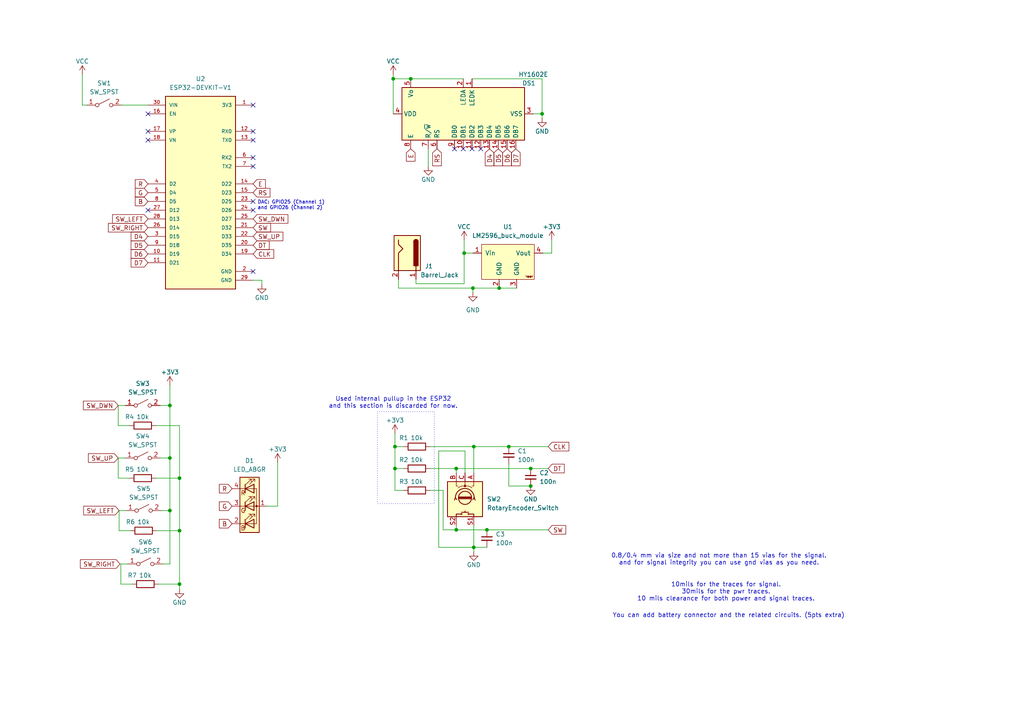
<source format=kicad_sch>
(kicad_sch (version 20231120) (generator "eeschema") (generator_version "8.0")
  (paper "A4")
  (lib_symbols
    (symbol "Connector:Barrel_Jack" (pin_names (offset 1.016))
      (property "Reference" "J" (at 0 5.334 0))
      (property "Value" "Barrel_Jack" (at 0 -5.08 0))
      (symbol "Barrel_Jack_0_1"
        (rectangle (start -5.08 3.81) (end 5.08 -3.81) (stroke (width 0.254)) (fill (type background)))
        (arc (start -3.302 3.175) (mid -3.9343 2.54) (end -3.302 1.905) (stroke (width 0.254)))
        (arc (start -3.302 3.175) (mid -3.9343 2.54) (end -3.302 1.905) (stroke (width 0.254)) (fill (type outline)))
        (polyline (pts (xy 5.08 2.54) (xy 3.81 2.54)) (stroke (width 0.254)))
        (polyline (pts (xy -3.81 -2.54) (xy -2.54 -2.54) (xy -1.27 -1.27) (xy 0 -2.54) (xy 2.54 -2.54) (xy 5.08 -2.54)) (stroke (width 0.254)))
        (rectangle (start 3.683 3.175) (end -3.302 1.905) (stroke (width 0.254)) (fill (type outline)))
      )
      (symbol "Barrel_Jack_1_1"
        (pin passive line (at 7.62 2.54 180) (length 2.54) (name "~") (number "1"))
        (pin passive line (at 7.62 -2.54 180) (length 2.54) (name "~") (number "2"))
      )
    )
    (symbol "Device:C_Small" (pin_numbers hide) (pin_names (offset 0.254) hide)
      (property "Reference" "C" (at 0.254 1.778 0))
      (property "Value" "C_Small" (at 0.254 -2.032 0))
      (symbol "C_Small_0_1"
        (polyline (pts (xy -1.524 -0.508) (xy 1.524 -0.508)) (stroke (width 0.3302)))
        (polyline (pts (xy -1.524 0.508) (xy 1.524 0.508)) (stroke (width 0.3048)))
      )
      (symbol "C_Small_1_1"
        (pin passive line (at 0 2.54 270) (length 2.032) (name "~") (number "1"))
        (pin passive line (at 0 -2.54 90) (length 2.032) (name "~") (number "2"))
      )
    )
    (symbol "Device:LED_ABGR" (pin_names (offset 0) hide)
      (property "Reference" "D" (at 0 9.398 0))
      (property "Value" "LED_ABGR" (at 0 -8.89 0))
      (symbol "LED_ABGR_0_0"
        (text "B" (at -1.905 -6.35 0) (effects (font (size 1.27 1.27))))
        (text "G" (at -1.905 -1.27 0) (effects (font (size 1.27 1.27))))
        (text "R" (at -1.905 3.81 0) (effects (font (size 1.27 1.27))))
      )
      (symbol "LED_ABGR_0_1"
        (polyline (pts (xy -1.27 -5.08) (xy -2.54 -5.08)))
        (polyline (pts (xy -1.27 -5.08) (xy 1.27 -5.08)))
        (polyline (pts (xy -1.27 -3.81) (xy -1.27 -6.35)) (stroke (width 0.254)))
        (polyline (pts (xy -1.27 0) (xy -2.54 0)))
        (polyline (pts (xy -1.27 1.27) (xy -1.27 -1.27)) (stroke (width 0.254)))
        (polyline (pts (xy -1.27 5.08) (xy -2.54 5.08)))
        (polyline (pts (xy -1.27 5.08) (xy 1.27 5.08)))
        (polyline (pts (xy -1.27 6.35) (xy -1.27 3.81)) (stroke (width 0.254)))
        (polyline (pts (xy 1.27 0) (xy -1.27 0)))
        (polyline (pts (xy 1.27 0) (xy 2.54 0)))
        (polyline (pts (xy -1.27 1.27) (xy -1.27 -1.27) (xy -1.27 -1.27)))
        (polyline (pts (xy -1.27 6.35) (xy -1.27 3.81) (xy -1.27 3.81)))
        (polyline (pts (xy 1.27 -5.08) (xy 2.032 -5.08) (xy 2.032 5.08) (xy 1.27 5.08)))
        (polyline (pts (xy 1.27 -3.81) (xy 1.27 -6.35) (xy -1.27 -5.08) (xy 1.27 -3.81)) (stroke (width 0.254)))
        (polyline (pts (xy 1.27 1.27) (xy 1.27 -1.27) (xy -1.27 0) (xy 1.27 1.27)) (stroke (width 0.254)))
        (polyline (pts (xy 1.27 6.35) (xy 1.27 3.81) (xy -1.27 5.08) (xy 1.27 6.35)) (stroke (width 0.254)))
        (polyline (pts (xy -1.016 -3.81) (xy 0.508 -2.286) (xy -0.254 -2.286) (xy 0.508 -2.286) (xy 0.508 -3.048)))
        (polyline (pts (xy -1.016 1.27) (xy 0.508 2.794) (xy -0.254 2.794) (xy 0.508 2.794) (xy 0.508 2.032)))
        (polyline (pts (xy -1.016 6.35) (xy 0.508 7.874) (xy -0.254 7.874) (xy 0.508 7.874) (xy 0.508 7.112)))
        (polyline (pts (xy 0 -3.81) (xy 1.524 -2.286) (xy 0.762 -2.286) (xy 1.524 -2.286) (xy 1.524 -3.048)))
        (polyline (pts (xy 0 1.27) (xy 1.524 2.794) (xy 0.762 2.794) (xy 1.524 2.794) (xy 1.524 2.032)))
        (polyline (pts (xy 0 6.35) (xy 1.524 7.874) (xy 0.762 7.874) (xy 1.524 7.874) (xy 1.524 7.112)))
        (rectangle (start 1.27 -1.27) (end 1.27 1.27))
        (rectangle (start 1.27 1.27) (end 1.27 1.27))
        (rectangle (start 1.27 3.81) (end 1.27 6.35))
        (rectangle (start 1.27 6.35) (end 1.27 6.35))
        (circle (center 2.032 0) (radius 0.254) (fill (type outline)))
        (rectangle (start 2.794 8.382) (end -2.794 -7.62) (stroke (width 0.254)) (fill (type background)))
      )
      (symbol "LED_ABGR_1_1"
        (pin passive line (at 5.08 0 180) (length 2.54) (name "A") (number "1"))
        (pin passive line (at -5.08 -5.08 0) (length 2.54) (name "BK") (number "2"))
        (pin passive line (at -5.08 0 0) (length 2.54) (name "GK") (number "3"))
        (pin passive line (at -5.08 5.08 0) (length 2.54) (name "RK") (number "4"))
      )
    )
    (symbol "Device:R" (pin_numbers hide) (pin_names (offset 0))
      (property "Reference" "R" (at 2.032 0 90))
      (property "Value" "R" (at 0 0 90))
      (symbol "R_0_1"
        (rectangle (start -1.016 -2.54) (end 1.016 2.54) (stroke (width 0.254)))
      )
      (symbol "R_1_1"
        (pin passive line (at 0 3.81 270) (length 1.27) (name "~") (number "1"))
        (pin passive line (at 0 -3.81 90) (length 1.27) (name "~") (number "2"))
      )
    )
    (symbol "Device:RotaryEncoder_Switch" (pin_names (offset 0.254) hide)
      (property "Reference" "SW" (at 0 6.604 0))
      (property "Value" "RotaryEncoder_Switch" (at 0 -6.604 0))
      (symbol "RotaryEncoder_Switch_0_1"
        (rectangle (start -5.08 5.08) (end 5.08 -5.08) (stroke (width 0.254)) (fill (type background)))
        (circle (center -3.81 0) (radius 0.254) (fill (type outline)))
        (circle (center -0.381 0) (radius 1.905) (stroke (width 0.254)))
        (arc (start -0.381 2.667) (mid -3.0988 -0.0635) (end -0.381 -2.794) (stroke (width 0.254)))
        (polyline (pts (xy -0.635 -1.778) (xy -0.635 1.778)) (stroke (width 0.254)))
        (polyline (pts (xy -0.381 -1.778) (xy -0.381 1.778)) (stroke (width 0.254)))
        (polyline (pts (xy -0.127 1.778) (xy -0.127 -1.778)) (stroke (width 0.254)))
        (polyline (pts (xy 3.81 0) (xy 3.429 0)) (stroke (width 0.254)))
        (polyline (pts (xy 3.81 1.016) (xy 3.81 -1.016)) (stroke (width 0.254)))
        (polyline (pts (xy -5.08 -2.54) (xy -3.81 -2.54) (xy -3.81 -2.032)))
        (polyline (pts (xy -5.08 2.54) (xy -3.81 2.54) (xy -3.81 2.032)))
        (polyline (pts (xy 0.254 -3.048) (xy -0.508 -2.794) (xy 0.127 -2.413)) (stroke (width 0.254)))
        (polyline (pts (xy 0.254 2.921) (xy -0.508 2.667) (xy 0.127 2.286)) (stroke (width 0.254)))
        (polyline (pts (xy 5.08 -2.54) (xy 4.318 -2.54) (xy 4.318 -1.016)) (stroke (width 0.254)))
        (polyline (pts (xy 5.08 2.54) (xy 4.318 2.54) (xy 4.318 1.016)) (stroke (width 0.254)))
        (polyline (pts (xy -5.08 0) (xy -3.81 0) (xy -3.81 -1.016) (xy -3.302 -2.032)))
        (polyline (pts (xy -4.318 0) (xy -3.81 0) (xy -3.81 1.016) (xy -3.302 2.032)))
        (circle (center 4.318 -1.016) (radius 0.127) (stroke (width 0.254)))
        (circle (center 4.318 1.016) (radius 0.127) (stroke (width 0.254)))
      )
      (symbol "RotaryEncoder_Switch_1_1"
        (pin passive line (at -7.62 2.54 0) (length 2.54) (name "A") (number "A"))
        (pin passive line (at -7.62 -2.54 0) (length 2.54) (name "B") (number "B"))
        (pin passive line (at -7.62 0 0) (length 2.54) (name "C") (number "C"))
        (pin passive line (at 7.62 2.54 180) (length 2.54) (name "S1") (number "S1"))
        (pin passive line (at 7.62 -2.54 180) (length 2.54) (name "S2") (number "S2"))
      )
    )
    (symbol "Display_Character:HY1602E"
      (property "Reference" "DS" (at -6.096 19.05 0))
      (property "Value" "HY1602E" (at 5.08 19.05 0))
      (symbol "HY1602E_0_1"
        (rectangle (start -7.62 17.78) (end 7.62 -17.78) (stroke (width 0.254)) (fill (type background)))
      )
      (symbol "HY1602E_1_1"
        (pin passive line (at 10.16 -2.54 180) (length 2.54) (name "LEDK") (number "1"))
        (pin bidirectional line (at -10.16 0 0) (length 2.54) (name "DB1") (number "10"))
        (pin bidirectional line (at -10.16 -2.54 0) (length 2.54) (name "DB2") (number "11"))
        (pin bidirectional line (at -10.16 -5.08 0) (length 2.54) (name "DB3") (number "12"))
        (pin bidirectional line (at -10.16 -7.62 0) (length 2.54) (name "DB4") (number "13"))
        (pin bidirectional line (at -10.16 -10.16 0) (length 2.54) (name "DB5") (number "14"))
        (pin bidirectional line (at -10.16 -12.7 0) (length 2.54) (name "DB6") (number "15"))
        (pin bidirectional line (at -10.16 -15.24 0) (length 2.54) (name "DB7") (number "16"))
        (pin passive line (at 10.16 0 180) (length 2.54) (name "LEDA") (number "2"))
        (pin power_in line (at 0 -20.32 90) (length 2.54) (name "VSS") (number "3"))
        (pin power_in line (at 0 20.32 270) (length 2.54) (name "VDD") (number "4"))
        (pin input line (at 10.16 15.24 180) (length 2.54) (name "Vo") (number "5"))
        (pin input line (at -10.16 7.62 0) (length 2.54) (name "RS") (number "6"))
        (pin input line (at -10.16 10.16 0) (length 2.54) (name "R/~{W}") (number "7"))
        (pin input line (at -10.16 15.24 0) (length 2.54) (name "E") (number "8"))
        (pin bidirectional line (at -10.16 2.54 0) (length 2.54) (name "DB0") (number "9"))
      )
    )
    (symbol "ESP32-DEVKIT-V1:ESP32-DEVKIT-V1" (pin_names (offset 1.016))
      (property "Reference" "U" (at -10.16 30.48 0))
      (property "Value" "ESP32-DEVKIT-V1" (at -10.16 -30.48 0))
      (symbol "ESP32-DEVKIT-V1_0_0"
        (rectangle (start -10.16 -27.94) (end 10.16 27.94) (stroke (width 0.254)) (fill (type background)))
        (pin output line (at 15.24 25.4 180) (length 5.08) (name "3V3") (number "1"))
        (pin bidirectional line (at -15.24 -17.78 0) (length 5.08) (name "D19") (number "10"))
        (pin bidirectional line (at -15.24 -20.32 0) (length 5.08) (name "D21") (number "11"))
        (pin input line (at 15.24 17.78 180) (length 5.08) (name "RX0") (number "12"))
        (pin output line (at 15.24 15.24 180) (length 5.08) (name "TX0") (number "13"))
        (pin bidirectional line (at 15.24 2.54 180) (length 5.08) (name "D22") (number "14"))
        (pin bidirectional line (at 15.24 0 180) (length 5.08) (name "D23") (number "15"))
        (pin input line (at -15.24 22.86 0) (length 5.08) (name "EN") (number "16"))
        (pin bidirectional line (at -15.24 17.78 0) (length 5.08) (name "VP") (number "17"))
        (pin bidirectional line (at -15.24 15.24 0) (length 5.08) (name "VN") (number "18"))
        (pin bidirectional line (at 15.24 -17.78 180) (length 5.08) (name "D34") (number "19"))
        (pin power_in line (at 15.24 -22.86 180) (length 5.08) (name "GND") (number "2"))
        (pin bidirectional line (at 15.24 -15.24 180) (length 5.08) (name "D35") (number "20"))
        (pin bidirectional line (at 15.24 -10.16 180) (length 5.08) (name "D32") (number "21"))
        (pin bidirectional line (at 15.24 -12.7 180) (length 5.08) (name "D33") (number "22"))
        (pin bidirectional line (at 15.24 -2.54 180) (length 5.08) (name "D25") (number "23"))
        (pin bidirectional line (at 15.24 -5.08 180) (length 5.08) (name "D26") (number "24"))
        (pin bidirectional line (at 15.24 -7.62 180) (length 5.08) (name "D27") (number "25"))
        (pin bidirectional line (at -15.24 -10.16 0) (length 5.08) (name "D14") (number "26"))
        (pin bidirectional line (at -15.24 -5.08 0) (length 5.08) (name "D12") (number "27"))
        (pin bidirectional line (at -15.24 -7.62 0) (length 5.08) (name "D13") (number "28"))
        (pin power_in line (at 15.24 -25.4 180) (length 5.08) (name "GND") (number "29"))
        (pin bidirectional line (at -15.24 -12.7 0) (length 5.08) (name "D15") (number "3"))
        (pin input line (at -15.24 25.4 0) (length 5.08) (name "VIN") (number "30"))
        (pin bidirectional line (at -15.24 2.54 0) (length 5.08) (name "D2") (number "4"))
        (pin bidirectional line (at -15.24 0 0) (length 5.08) (name "D4") (number "5"))
        (pin input line (at 15.24 10.16 180) (length 5.08) (name "RX2") (number "6"))
        (pin output line (at 15.24 7.62 180) (length 5.08) (name "TX2") (number "7"))
        (pin bidirectional line (at -15.24 -2.54 0) (length 5.08) (name "D5") (number "8"))
        (pin bidirectional line (at -15.24 -15.24 0) (length 5.08) (name "D18") (number "9"))
      )
    )
    (symbol "Switch:SW_SPST" (pin_names (offset 0) hide)
      (property "Reference" "SW" (at 0 3.175 0))
      (property "Value" "SW_SPST" (at 0 -2.54 0))
      (symbol "SW_SPST_0_0"
        (circle (center -2.032 0) (radius 0.508))
        (polyline (pts (xy -1.524 0.254) (xy 1.524 1.778)))
        (circle (center 2.032 0) (radius 0.508))
      )
      (symbol "SW_SPST_1_1"
        (pin passive line (at -5.08 0 0) (length 2.54) (name "A") (number "1"))
        (pin passive line (at 5.08 0 180) (length 2.54) (name "B") (number "2"))
      )
    )
    (symbol "dcdc_buck_lm2596_module:dcdc_stepdown_lm2596_module" (pin_names (offset 1.016))
      (property "Reference" "U" (at -5.08 6.35 0))
      (property "Value" "LM2596_buck_module" (at 0 11.43 0))
      (symbol "dcdc_stepdown_lm2596_module_0_1"
        (rectangle (start -7.62 5.08) (end 7.62 -5.08) (fill (type background)))
      )
      (symbol "dcdc_stepdown_lm2596_module_1_1"
        (text "Y@@V" (at 6.1976 -4.2672 0) (effects (font (size 0.508 0.508))))
        (pin power_in line (at -10.16 2.54 0) (length 2.54) (name "Vin") (number "1"))
        (pin power_in line (at -2.54 -7.62 90) (length 2.54) (name "GND") (number "2"))
        (pin power_in line (at 2.54 -7.62 90) (length 2.54) (name "GND") (number "3"))
        (pin power_out line (at 10.16 2.54 180) (length 2.54) (name "Vout") (number "4"))
      )
    )
    (symbol "power:+3V3" (power) (pin_names (offset 0))
      (property "Value" "+3V3" (at 0 3.556 0))
      (symbol "+3V3_0_1"
        (polyline (pts (xy -0.762 1.27) (xy 0 2.54)))
        (polyline (pts (xy 0 0) (xy 0 2.54)))
        (polyline (pts (xy 0 2.54) (xy 0.762 1.27)))
      )
      (symbol "+3V3_1_1"
        (pin power_in line (at 0 0 90) (length 0) hide (name "+3V3") (number "1"))
      )
    )
    (symbol "power:GND" (power) (pin_names (offset 0))
      (property "Value" "GND" (at 0 -3.81 0))
      (symbol "GND_0_1"
        (polyline (pts (xy 0 0) (xy 0 -1.27) (xy 1.27 -1.27) (xy 0 -2.54) (xy -1.27 -1.27) (xy 0 -1.27)))
      )
      (symbol "GND_1_1"
        (pin power_in line (at 0 0 270) (length 0) hide (name "GND") (number "1"))
      )
    )
    (symbol "power:VCC" (power) (pin_names (offset 0))
      (property "Value" "VCC" (at 0 3.81 0))
      (symbol "VCC_0_1"
        (polyline (pts (xy -0.762 1.27) (xy 0 2.54)))
        (polyline (pts (xy 0 0) (xy 0 2.54)))
        (polyline (pts (xy 0 2.54) (xy 0.762 1.27)))
      )
      (symbol "VCC_1_1"
        (pin power_in line (at 0 0 90) (length 0) hide (name "VCC") (number "1"))
      )
    )
  )
  (junction (at 114.554 129.54))
  (junction (at 132.334 135.89))
  (junction (at 147.574 129.54))
  (junction (at 157.226 33.02))
  (junction (at 137.414 129.54))
  (junction (at 137.16 83.566))
  (junction (at 49.276 148.082))
  (junction (at 119.126 22.86))
  (junction (at 114.046 22.86))
  (junction (at 144.78 83.566))
  (junction (at 137.414 158.75))
  (junction (at 153.924 135.89))
  (junction (at 52.07 138.684))
  (junction (at 134.62 73.406))
  (junction (at 114.554 135.89))
  (junction (at 153.924 140.97))
  (junction (at 141.224 153.67))
  (junction (at 49.276 117.602))
  (junction (at 52.07 153.924))
  (junction (at 52.07 169.418))
  (junction (at 49.276 132.842))
  (junction (at 132.334 153.67))
  (no_connect (at 42.926 40.64))
  (no_connect (at 131.826 43.18))
  (no_connect (at 42.926 33.02))
  (no_connect (at 42.926 38.1))
  (no_connect (at 73.406 78.74))
  (no_connect (at 42.926 60.96))
  (no_connect (at 139.446 43.18))
  (no_connect (at 73.406 45.72))
  (no_connect (at 136.906 43.18))
  (no_connect (at 73.406 58.42))
  (no_connect (at 73.406 30.48))
  (no_connect (at 73.406 60.96))
  (no_connect (at 73.406 48.26))
  (no_connect (at 73.406 38.1))
  (no_connect (at 134.366 43.18))
  (no_connect (at 73.406 40.64))
  (wire (pts (xy 35.052 163.576) (xy 35.052 169.418)))
  (wire (pts (xy 120.65 81.026) (xy 120.65 82.296)))
  (wire (pts (xy 124.714 129.54) (xy 137.414 129.54)))
  (wire (pts (xy 137.414 152.4) (xy 137.414 158.75)))
  (wire (pts (xy 115.57 83.566) (xy 137.16 83.566)))
  (wire (pts (xy 52.07 169.418) (xy 52.07 170.942)))
  (wire (pts (xy 46.482 117.602) (xy 49.276 117.602)))
  (wire (pts (xy 45.466 153.924) (xy 52.07 153.924)))
  (wire (pts (xy 157.226 22.86) (xy 157.226 33.02)))
  (wire (pts (xy 137.16 83.566) (xy 144.78 83.566)))
  (wire (pts (xy 114.046 21.59) (xy 114.046 22.86)))
  (wire (pts (xy 23.876 21.59) (xy 23.876 30.48)))
  (wire (pts (xy 35.306 30.48) (xy 42.926 30.48)))
  (wire (pts (xy 45.212 138.684) (xy 52.07 138.684)))
  (wire (pts (xy 75.946 81.28) (xy 75.946 82.55)))
  (wire (pts (xy 46.736 148.082) (xy 49.276 148.082)))
  (wire (pts (xy 34.29 138.684) (xy 37.592 138.684)))
  (wire (pts (xy 49.276 163.576) (xy 47.244 163.576)))
  (wire (pts (xy 137.414 129.54) (xy 147.574 129.54)))
  (wire (pts (xy 127.254 130.81) (xy 127.254 158.75)))
  (wire (pts (xy 134.62 73.406) (xy 137.16 73.406)))
  (wire (pts (xy 114.046 22.86) (xy 114.046 33.02)))
  (wire (pts (xy 35.052 163.576) (xy 37.084 163.576)))
  (wire (pts (xy 114.554 129.54) (xy 114.554 135.89)))
  (wire (pts (xy 136.906 22.86) (xy 157.226 22.86)))
  (wire (pts (xy 137.414 129.54) (xy 137.414 137.16)))
  (wire (pts (xy 128.524 142.24) (xy 128.524 153.67)))
  (wire (pts (xy 147.574 140.97) (xy 153.924 140.97)))
  (wire (pts (xy 49.276 132.842) (xy 49.276 148.082)))
  (wire (pts (xy 119.126 22.86) (xy 114.046 22.86)))
  (wire (pts (xy 144.78 83.566) (xy 149.86 83.566)))
  (wire (pts (xy 45.974 169.418) (xy 52.07 169.418)))
  (wire (pts (xy 154.686 33.02) (xy 157.226 33.02)))
  (wire (pts (xy 49.276 148.082) (xy 49.276 163.576)))
  (wire (pts (xy 34.544 153.924) (xy 37.846 153.924)))
  (wire (pts (xy 134.874 130.81) (xy 127.254 130.81)))
  (wire (pts (xy 35.052 169.418) (xy 38.354 169.418)))
  (wire (pts (xy 114.554 135.89) (xy 117.094 135.89)))
  (wire (pts (xy 147.574 134.62) (xy 147.574 140.97)))
  (wire (pts (xy 114.554 125.73) (xy 114.554 129.54)))
  (wire (pts (xy 160.02 73.406) (xy 157.48 73.406)))
  (wire (pts (xy 73.406 81.28) (xy 75.946 81.28)))
  (wire (pts (xy 114.554 142.24) (xy 117.094 142.24)))
  (wire (pts (xy 153.924 135.89) (xy 159.004 135.89)))
  (wire (pts (xy 34.29 117.602) (xy 34.29 123.444)))
  (wire (pts (xy 52.07 123.444) (xy 52.07 138.684)))
  (wire (pts (xy 34.29 117.602) (xy 36.322 117.602)))
  (wire (pts (xy 127.254 158.75) (xy 137.414 158.75)))
  (wire (pts (xy 132.334 153.67) (xy 132.334 152.4)))
  (wire (pts (xy 157.226 34.29) (xy 157.226 33.02)))
  (wire (pts (xy 77.47 146.812) (xy 80.518 146.812)))
  (wire (pts (xy 134.366 22.86) (xy 119.126 22.86)))
  (wire (pts (xy 147.574 129.54) (xy 159.004 129.54)))
  (wire (pts (xy 137.414 160.02) (xy 137.414 158.75)))
  (wire (pts (xy 137.16 84.836) (xy 137.16 83.566)))
  (wire (pts (xy 117.094 129.54) (xy 114.554 129.54)))
  (wire (pts (xy 114.554 135.89) (xy 114.554 142.24)))
  (wire (pts (xy 132.334 135.89) (xy 153.924 135.89)))
  (wire (pts (xy 23.876 30.48) (xy 25.146 30.48)))
  (wire (pts (xy 120.65 82.296) (xy 134.62 82.296)))
  (wire (pts (xy 34.544 148.082) (xy 34.544 153.924)))
  (wire (pts (xy 34.29 132.842) (xy 34.29 138.684)))
  (wire (pts (xy 160.02 69.596) (xy 160.02 73.406)))
  (wire (pts (xy 34.29 123.444) (xy 37.592 123.444)))
  (wire (pts (xy 52.07 138.684) (xy 52.07 153.924)))
  (wire (pts (xy 134.874 137.16) (xy 134.874 130.81)))
  (wire (pts (xy 134.62 69.596) (xy 134.62 73.406)))
  (wire (pts (xy 49.276 117.602) (xy 49.276 111.76)))
  (wire (pts (xy 34.29 132.842) (xy 36.322 132.842)))
  (wire (pts (xy 124.714 135.89) (xy 132.334 135.89)))
  (wire (pts (xy 137.414 158.75) (xy 141.224 158.75)))
  (wire (pts (xy 45.212 123.444) (xy 52.07 123.444)))
  (wire (pts (xy 34.544 148.082) (xy 36.576 148.082)))
  (wire (pts (xy 49.276 117.602) (xy 49.276 132.842)))
  (wire (pts (xy 128.524 153.67) (xy 132.334 153.67)))
  (wire (pts (xy 124.714 142.24) (xy 128.524 142.24)))
  (wire (pts (xy 80.518 146.812) (xy 80.518 134.112)))
  (wire (pts (xy 46.482 132.842) (xy 49.276 132.842)))
  (wire (pts (xy 52.07 153.924) (xy 52.07 169.418)))
  (wire (pts (xy 134.62 73.406) (xy 134.62 82.296)))
  (wire (pts (xy 115.57 81.026) (xy 115.57 83.566)))
  (wire (pts (xy 124.206 48.26) (xy 124.206 43.18)))
  (wire (pts (xy 132.334 153.67) (xy 141.224 153.67)))
  (wire (pts (xy 141.224 153.67) (xy 159.004 153.67)))
  (wire (pts (xy 132.334 135.89) (xy 132.334 137.16)))
  (text_box "" (at 109.474 119.38 0) (size 16.51 26.67) (stroke (width 0) (type dot)) (effects (font (size 1.27 1.27)) (justify left top)))
  (text "0.8/0.4 mm via size and not more than 15 vias for the signal.\nand for signal integrity you can use gnd vias as you need." (at 208.534 162.306 0) (effects (font (size 1.27 1.27))))
  (text "10mils for the traces for signal. \n30mils for the pwr traces. \n10 mils clearance for both power and signal traces. " (at 211.074 171.704 0) (effects (font (size 1.27 1.27))))
  (text "Used internal pullup in the ESP32 \nand this section is discarded for now. " (at 114.554 116.84 0) (effects (font (size 1.27 1.27))))
  (text "You can add battery connector and the related circuits. (5pts extra)" (at 211.328 178.562 0) (effects (font (size 1.27 1.27))))
  (text "DAC: GPIO25 (Channel 1) \nand GPIO26 (Channel 2)" (at 74.676 60.96 0) (effects (font (size 1 1)) (justify left bottom)))
  (global_label "SW_RIGHT" (shape input) (at 34.798 163.576 180) (property "Intersheetrefs" "${INTERSHEET_REFS}" (effects (hide yes))))
  (global_label "DT" (shape input) (at 73.406 71.12 0) (property "Intersheetrefs" "${INTERSHEET_REFS}" (effects (hide yes))))
  (global_label "B" (shape input) (at 67.31 151.892 180) (property "Intersheetrefs" "${INTERSHEET_REFS}" (effects (hide yes))))
  (global_label "CLK" (shape input) (at 73.406 73.66 0) (property "Intersheetrefs" "${INTERSHEET_REFS}" (effects (hide yes))))
  (global_label "D4" (shape input) (at 141.986 43.18 270) (property "Intersheetrefs" "${INTERSHEET_REFS}" (effects (hide yes))))
  (global_label "D4" (shape input) (at 42.926 68.58 180) (property "Intersheetrefs" "${INTERSHEET_REFS}" (effects (hide yes))))
  (global_label "SW" (shape input) (at 73.406 66.04 0) (property "Intersheetrefs" "${INTERSHEET_REFS}" (effects (hide yes))))
  (global_label "B" (shape input) (at 42.926 58.42 180) (property "Intersheetrefs" "${INTERSHEET_REFS}" (effects (hide yes))))
  (global_label "SW_DWN" (shape input) (at 73.406 63.5 0) (property "Intersheetrefs" "${INTERSHEET_REFS}" (effects (hide yes))))
  (global_label "DT" (shape input) (at 159.004 135.89 0) (property "Intersheetrefs" "${INTERSHEET_REFS}" (effects (hide yes))))
  (global_label "SW" (shape input) (at 159.004 153.67 0) (property "Intersheetrefs" "${INTERSHEET_REFS}" (effects (hide yes))))
  (global_label "RS" (shape input) (at 126.746 43.18 270) (property "Intersheetrefs" "${INTERSHEET_REFS}" (effects (hide yes))))
  (global_label "G" (shape input) (at 67.31 146.812 180) (property "Intersheetrefs" "${INTERSHEET_REFS}" (effects (hide yes))))
  (global_label "D7" (shape input) (at 42.926 76.2 180) (property "Intersheetrefs" "${INTERSHEET_REFS}" (effects (hide yes))))
  (global_label "SW_UP" (shape input) (at 34.29 132.842 180) (property "Intersheetrefs" "${INTERSHEET_REFS}" (effects (hide yes))))
  (global_label "G" (shape input) (at 42.926 55.88 180) (property "Intersheetrefs" "${INTERSHEET_REFS}" (effects (hide yes))))
  (global_label "SW_DWN" (shape input) (at 34.29 117.602 180) (property "Intersheetrefs" "${INTERSHEET_REFS}" (effects (hide yes))))
  (global_label "SW_UP" (shape input) (at 73.406 68.58 0) (property "Intersheetrefs" "${INTERSHEET_REFS}" (effects (hide yes))))
  (global_label "RS" (shape input) (at 73.406 55.88 0) (property "Intersheetrefs" "${INTERSHEET_REFS}" (effects (hide yes))))
  (global_label "SW_LEFT" (shape input) (at 34.544 148.082 180) (property "Intersheetrefs" "${INTERSHEET_REFS}" (effects (hide yes))))
  (global_label "E" (shape input) (at 119.126 43.18 270) (property "Intersheetrefs" "${INTERSHEET_REFS}" (effects (hide yes))))
  (global_label "R" (shape input) (at 42.926 53.34 180) (property "Intersheetrefs" "${INTERSHEET_REFS}" (effects (hide yes))))
  (global_label "D5" (shape input) (at 42.926 71.12 180) (property "Intersheetrefs" "${INTERSHEET_REFS}" (effects (hide yes))))
  (global_label "R" (shape input) (at 67.31 141.732 180) (property "Intersheetrefs" "${INTERSHEET_REFS}" (effects (hide yes))))
  (global_label "D6" (shape input) (at 147.066 43.18 270) (property "Intersheetrefs" "${INTERSHEET_REFS}" (effects (hide yes))))
  (global_label "SW_RIGHT" (shape input) (at 42.926 66.04 180) (property "Intersheetrefs" "${INTERSHEET_REFS}" (effects (hide yes))))
  (global_label "SW_LEFT" (shape input) (at 42.926 63.5 180) (property "Intersheetrefs" "${INTERSHEET_REFS}" (effects (hide yes))))
  (global_label "D7" (shape input) (at 149.606 43.18 270) (property "Intersheetrefs" "${INTERSHEET_REFS}" (effects (hide yes))))
  (global_label "E" (shape input) (at 73.406 53.34 0) (property "Intersheetrefs" "${INTERSHEET_REFS}" (effects (hide yes))))
  (global_label "D6" (shape input) (at 42.926 73.66 180) (property "Intersheetrefs" "${INTERSHEET_REFS}" (effects (hide yes))))
  (global_label "D5" (shape input) (at 144.526 43.18 270) (property "Intersheetrefs" "${INTERSHEET_REFS}" (effects (hide yes))))
  (global_label "CLK" (shape input) (at 159.004 129.54 0) (property "Intersheetrefs" "${INTERSHEET_REFS}" (effects (hide yes))))
  (symbol (lib_id "Device:R") (at 41.402 138.684 90) (unit 1)
    (property "Reference" "R5" (at 37.592 136.144 90))
    (property "Value" "10k" (at 41.402 136.144 90))
  )
  (symbol (lib_id "Switch:SW_SPST") (at 41.656 148.082 0) (unit 1)
    (property "Reference" "SW5" (at 41.656 141.732 0))
    (property "Value" "SW_SPST" (at 41.656 144.272 0))
    (property "Description" "Single Pole Single Throw (SPST) switch" (effects (hide yes)))
  )
  (symbol (lib_id "power:+3V3") (at 80.518 134.112 0) (unit 1)
    (property "Reference" "#PWR013" (effects (hide yes)))
    (property "Value" "+3V3" (at 80.518 130.302 0))
  )
  (symbol (lib_id "Display_Character:HY1602E") (at 134.366 33.02 90) (unit 1)
    (property "Reference" "DS1" (at 153.416 24.13 90))
    (property "Value" "HY1602E" (at 154.686 21.59 90))
    (property "Footprint" "Display:HY1602E" (effects (hide yes)))
    (property "Datasheet" "http://www.icbank.com/data/ICBShop/board/HY1602E.pdf" (effects (hide yes)))
  )
  (symbol (lib_id "Device:R") (at 42.164 169.418 90) (unit 1)
    (property "Reference" "R7" (at 38.354 166.878 90))
    (property "Value" "10k" (at 42.164 166.878 90))
  )
  (symbol (lib_id "power:+3V3") (at 49.276 111.76 0) (unit 1)
    (property "Reference" "#PWR012" (effects (hide yes)))
    (property "Value" "+3V3" (at 49.276 107.95 0))
  )
  (symbol (lib_id "ESP32-DEVKIT-V1:ESP32-DEVKIT-V1") (at 58.166 55.88 0) (unit 1)
    (property "Reference" "U2" (at 58.166 22.86 0))
    (property "Value" "ESP32-DEVKIT-V1" (at 58.166 25.4 0))
    (property "Footprint" "ESP32-DEVKITC:MODULE_ESP32_DEVKIT_V1" (effects (hide yes)))
    (property "Description" "\nDual core, Wi-Fi: 2.4 GHz up to 150 Mbits/s,BLE (Bluetooth Low Energy) and legacy Bluetooth, 32 bits, Up to 240 MHz\n" (effects (hide yes)))
    (property "MF" "Do it" (effects (hide yes)))
    (property "MAXIMUM_PACKAGE_HEIGHT" "6.8 mm" (effects (hide yes)))
    (property "Package" "None" (effects (hide yes)))
    (property "Price" "None" (effects (hide yes)))
    (property "Check_prices" "https://www.snapeda.com/parts/ESP32-DEVKIT-V1/Do+it/view-part/?ref=eda" (effects (hide yes)))
    (property "STANDARD" "Manufacturer Recommendations" (effects (hide yes)))
    (property "PARTREV" "N/A" (effects (hide yes)))
    (property "SnapEDA_Link" "https://www.snapeda.com/parts/ESP32-DEVKIT-V1/Do+it/view-part/?ref=snap" (effects (hide yes)))
    (property "MP" "ESP32-DEVKIT-V1" (effects (hide yes)))
    (property "Availability" "Not in stock" (effects (hide yes)))
    (property "MANUFACTURER" "DOIT" (effects (hide yes)))
  )
  (symbol (lib_id "Device:C_Small") (at 147.574 132.08 0) (unit 1)
    (property "Reference" "C1" (at 150.114 130.8163 0) (effects (justify left)))
    (property "Value" "100n" (at 150.114 133.3563 0) (effects (justify left)))
  )
  (symbol (lib_id "dcdc_buck_lm2596_module:dcdc_stepdown_lm2596_module") (at 147.32 75.946 0) (unit 1)
    (property "Reference" "U1" (at 147.32 65.786 0))
    (property "Value" "LM2596_buck_module" (at 147.32 68.326 0))
    (property "Footprint" "dcdc_buck_lm2596_module:dcdc_buck_lm2596_module" (effects (hide yes)))
  )
  (symbol (lib_id "power:VCC") (at 114.046 21.59 0) (unit 1)
    (property "Reference" "#PWR02" (effects (hide yes)))
    (property "Value" "VCC" (at 114.046 17.78 0))
  )
  (symbol (lib_id "Device:LED_ABGR") (at 72.39 146.812 0) (unit 1)
    (property "Reference" "D1" (at 72.39 133.604 0))
    (property "Value" "LED_ABGR" (at 72.39 136.144 0))
    (property "Description" "RGB LED, anode/blue/green/red" (effects (hide yes)))
  )
  (symbol (lib_id "Device:R") (at 120.904 129.54 90) (unit 1)
    (property "Reference" "R1" (at 117.094 127 90))
    (property "Value" "10k" (at 120.904 127 90))
  )
  (symbol (lib_id "power:GND") (at 137.16 84.836 0) (unit 1)
    (property "Reference" "#PWR06" (effects (hide yes)))
    (property "Value" "GND" (at 137.16 89.916 0))
  )
  (symbol (lib_id "Device:R") (at 41.656 153.924 90) (unit 1)
    (property "Reference" "R6" (at 37.846 151.384 90))
    (property "Value" "10k" (at 41.656 151.384 90))
  )
  (symbol (lib_id "Switch:SW_SPST") (at 41.402 132.842 0) (unit 1)
    (property "Reference" "SW4" (at 41.402 126.492 0))
    (property "Value" "SW_SPST" (at 41.402 129.032 0))
    (property "Description" "Single Pole Single Throw (SPST) switch" (effects (hide yes)))
  )
  (symbol (lib_id "power:GND") (at 157.226 34.29 0) (unit 1)
    (property "Reference" "#PWR05" (effects (hide yes)))
    (property "Value" "GND" (at 157.226 38.1 0))
  )
  (symbol (lib_id "power:GND") (at 153.924 140.97 0) (unit 1)
    (property "Reference" "#PWR010" (effects (hide yes)))
    (property "Value" "GND" (at 153.924 144.78 0))
  )
  (symbol (lib_id "power:GND") (at 137.414 160.02 0) (unit 1)
    (property "Reference" "#PWR011" (effects (hide yes)))
    (property "Value" "GND" (at 137.414 163.83 0))
  )
  (symbol (lib_id "power:+3V3") (at 114.554 125.73 0) (unit 1)
    (property "Reference" "#PWR08" (effects (hide yes)))
    (property "Value" "+3V3" (at 114.554 121.92 0))
  )
  (symbol (lib_id "Device:C_Small") (at 153.924 138.43 0) (unit 1)
    (property "Reference" "C2" (at 156.464 137.1663 0) (effects (justify left)))
    (property "Value" "100n" (at 156.464 139.7063 0) (effects (justify left)))
  )
  (symbol (lib_id "Switch:SW_SPST") (at 30.226 30.48 0) (unit 1)
    (property "Reference" "SW1" (at 30.226 24.13 0))
    (property "Value" "SW_SPST" (at 30.226 26.67 0))
    (property "Description" "Single Pole Single Throw (SPST) switch" (effects (hide yes)))
  )
  (symbol (lib_id "power:GND") (at 75.946 82.55 0) (unit 1)
    (property "Reference" "#PWR09" (effects (hide yes)))
    (property "Value" "GND" (at 75.946 86.36 0))
  )
  (symbol (lib_id "Device:R") (at 41.402 123.444 90) (unit 1)
    (property "Reference" "R4" (at 37.592 120.904 90))
    (property "Value" "10k" (at 41.402 120.904 90))
  )
  (symbol (lib_id "Switch:SW_SPST") (at 41.402 117.602 0) (unit 1)
    (property "Reference" "SW3" (at 41.402 111.252 0))
    (property "Value" "SW_SPST" (at 41.402 113.792 0))
    (property "Description" "Single Pole Single Throw (SPST) switch" (effects (hide yes)))
  )
  (symbol (lib_id "power:GND") (at 124.206 48.26 0) (unit 1)
    (property "Reference" "#PWR07" (effects (hide yes)))
    (property "Value" "GND" (at 124.206 52.07 0))
  )
  (symbol (lib_id "power:VCC") (at 23.876 21.59 0) (unit 1)
    (property "Reference" "#PWR01" (effects (hide yes)))
    (property "Value" "VCC" (at 23.876 17.78 0))
  )
  (symbol (lib_id "Switch:SW_SPST") (at 42.164 163.576 0) (unit 1)
    (property "Reference" "SW6" (at 42.164 157.226 0))
    (property "Value" "SW_SPST" (at 42.164 159.766 0))
    (property "Description" "Single Pole Single Throw (SPST) switch" (effects (hide yes)))
  )
  (symbol (lib_id "power:VCC") (at 134.62 69.596 0) (unit 1)
    (property "Reference" "#PWR03" (effects (hide yes)))
    (property "Value" "VCC" (at 134.62 65.786 0))
  )
  (symbol (lib_id "Device:C_Small") (at 141.224 156.21 0) (unit 1)
    (property "Reference" "C3" (at 143.764 154.9463 0) (effects (justify left)))
    (property "Value" "100n" (at 143.764 157.4863 0) (effects (justify left)))
  )
  (symbol (lib_id "power:+3V3") (at 160.02 69.596 0) (unit 1)
    (property "Reference" "#PWR04" (effects (hide yes)))
    (property "Value" "+3V3" (at 160.02 65.786 0))
  )
  (symbol (lib_id "Device:R") (at 120.904 135.89 90) (unit 1)
    (property "Reference" "R2" (at 117.094 133.35 90))
    (property "Value" "10k" (at 120.904 133.35 90))
  )
  (symbol (lib_id "Device:RotaryEncoder_Switch") (at 134.874 144.78 270) (unit 1)
    (property "Reference" "SW2" (at 141.224 144.78 90) (effects (justify left)))
    (property "Value" "RotaryEncoder_Switch" (at 141.224 147.32 90) (effects (justify left)))
  )
  (symbol (lib_id "Device:R") (at 120.904 142.24 90) (unit 1)
    (property "Reference" "R3" (at 117.094 139.7 90))
    (property "Value" "10k" (at 120.904 139.7 90))
  )
  (symbol (lib_id "Connector:Barrel_Jack") (at 118.11 73.406 270) (unit 1)
    (property "Reference" "J1" (at 123.19 77.216 90) (effects (justify left)))
    (property "Value" "Barrel_Jack" (at 121.92 79.756 90) (effects (justify left)))
  )
  (symbol (lib_id "power:GND") (at 52.07 170.942 0) (unit 1)
    (property "Reference" "#PWR014" (effects (hide yes)))
    (property "Value" "GND" (at 52.07 174.752 0))
  )
)
</source>
